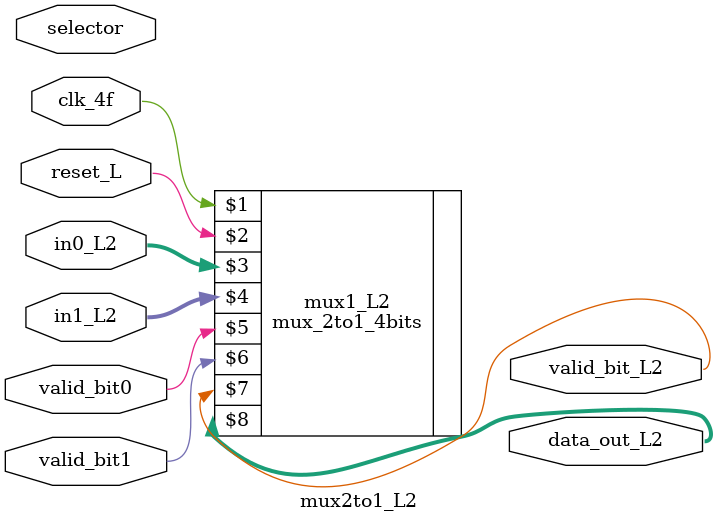
<source format=v>
`include "Mux2a1_ochobits.v"
module mux2to1_L2 (
	input clk_4f,
	input selector,
	input reset_L,
	input [7:0] in0_L2,
	input [7:0] in1_L2,
	input valid_bit0,
	input valid_bit1,
	output wire valid_bit_L2,
	output wire [7:0] data_out_L2
	);
	/*wire valid_bit_mux1;
	wire valid_bit_mux2;
	wire [7:0] outMux1;
	wire [7:0] outMux2;*/
	//Logica para L1: MUX DE 2 A 1
  	mux_2to1_4bits  mux1_L2(clk_4f,reset_L,in0_L2[7:0],in1_L2[7:0],valid_bit0,valid_bit1,valid_bit_L2,data_out_L2[7:0]);
endmodule

</source>
